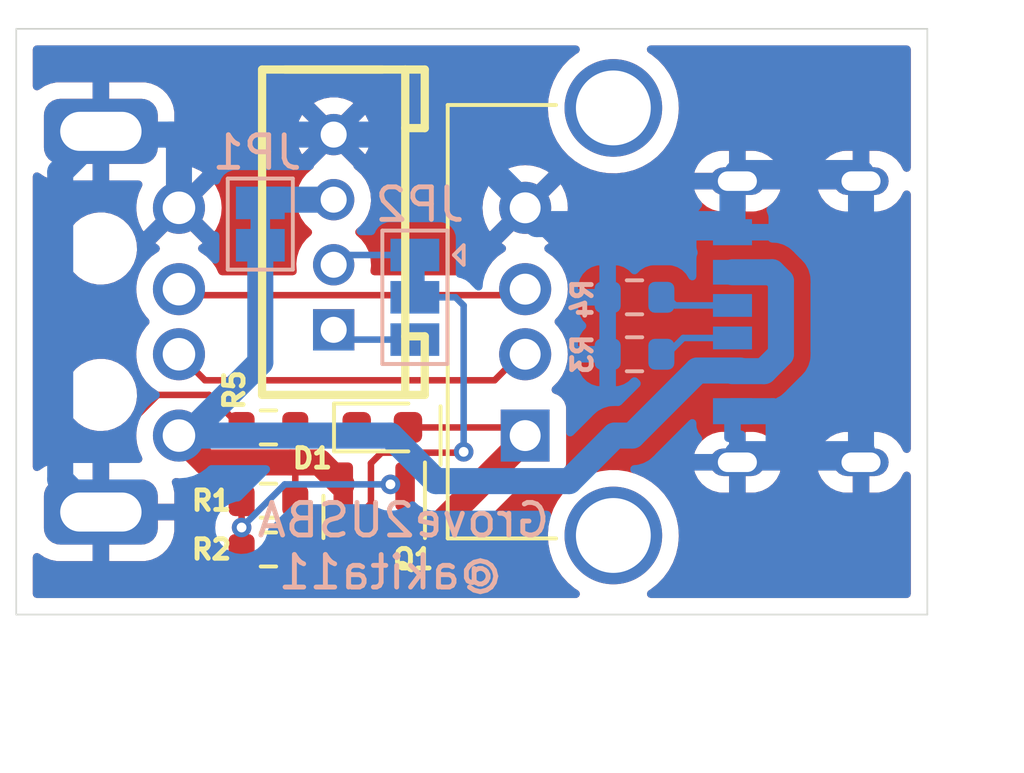
<source format=kicad_pcb>
(kicad_pcb (version 20211014) (generator pcbnew)
  (layers (0 "F.Cu" signal) (31 "B.Cu" signal) (34 "B.Paste" user) (35 "F.Paste" user) (36 "B.SilkS" user "B.Silkscreen") (37 "F.SilkS" user "F.Silkscreen") (38 "B.Mask" user) (39 "F.Mask" user) (44 "Edge.Cuts" user))
  (net 0 "")
  (net 1 "Net-(CN1-Pad1)")
  (net 2 "/DM")
  (net 3 "/DP")
  (net 4 "GND")
  (net 5 "Net-(CN2-Pad1)")
  (net 6 "Net-(CN2-Pad2)")
  (net 7 "Net-(CN2-Pad3)")
  (net 8 "Net-(CN3-PadA5)")
  (net 9 "+5V")
  (net 10 "Net-(CN3-PadB5)")
  (net 11 "/CTRL")
  (net 12 "Net-(Q1-Pad1)")
  (net 13 "Net-(D1-Pad1)")
  (footprint "Resistor_SMD:R_0603_1608Metric" (layer "F.Cu") (at 7.75 16 180)
    (fp_text reference "R2" (at 1.75 0) (layer "F.SilkS") (effects (font (size 0.6 0.6))))
    (fp_text value "1k")
    (fp_line (start -0.237258 -0.5225) (end 0.237258 -0.5225) (layer "F.SilkS") (width 0.12))
    (fp_line (start -0.237258 0.5225) (end 0.237258 0.5225) (layer "F.SilkS") (width 0.12))
    (pad "1" smd roundrect locked (at -0.825 0 180) (size 0.8 0.95) (layers "F.Cu" "F.Paste" "F.Mask") (net 11 "/CTRL"))
    (pad "2" smd roundrect locked (at 0.825 0 180) (size 0.8 0.95) (layers "F.Cu" "F.Paste" "F.Mask") (net 12 "Net-(Q1-Pad1)"))
  )
  (footprint "Resistor_SMD:R_0603_1608Metric" (layer "F.Cu") (at 7.75 12.25)
    (fp_text reference "R5" (at -1.05 -1.15 90) (layer "F.SilkS") (effects (font (size 0.6 0.6))))
    (fp_text value "1k")
    (fp_line (start -0.237258 -0.5225) (end 0.237258 -0.5225) (layer "F.SilkS") (width 0.12))
    (fp_line (start -0.237258 0.5225) (end 0.237258 0.5225) (layer "F.SilkS") (width 0.12))
    (pad "1" smd roundrect locked (at -0.825 0) (size 0.8 0.95) (layers "F.Cu" "F.Paste" "F.Mask") (net 4 "GND"))
    (pad "2" smd roundrect locked (at 0.825 0) (size 0.8 0.95) (layers "F.Cu" "F.Paste" "F.Mask") (net 13 "Net-(D1-Pad1)"))
  )
  (footprint "Package_TO_SOT_SMD:SOT-23" (layer "F.Cu") (at 11 15 -90)
    (fp_text reference "Q1" (at 1.3 -1.2 180) (layer "F.SilkS") (effects (font (size 0.6 0.6))))
    (fp_text value "TR_PMOS_IRLML6402")
    (fp_line (start 0 1.56) (end -0.65 1.56) (layer "F.SilkS") (width 0.12))
    (fp_line (start 0 -1.56) (end 0.65 -1.56) (layer "F.SilkS") (width 0.12))
    (fp_line (start 0 -1.56) (end -1.675 -1.56) (layer "F.SilkS") (width 0.12))
    (fp_line (start 0 1.56) (end 0.65 1.56) (layer "F.SilkS") (width 0.12))
    (pad "1" smd roundrect locked (at -0.9375 -0.95 270) (size 1.475 0.6) (layers "F.Cu" "F.Paste" "F.Mask") (net 12 "Net-(Q1-Pad1)"))
    (pad "2" smd roundrect locked (at -0.9375 0.95 270) (size 1.475 0.6) (layers "F.Cu" "F.Paste" "F.Mask") (net 9 "+5V"))
    (pad "3" smd roundrect locked (at 0.9375 0 270) (size 1.475 0.6) (layers "F.Cu" "F.Paste" "F.Mask") (net 1 "Net-(CN1-Pad1)"))
  )
  (footprint "akita:CON_GROVE_V" (layer "F.Cu") (at 9.7545 6.25 90)
    (fp_text reference "CN2" hide)
    (fp_text value "CON_GROVE")
    (fp_line (start -5 -2.2) (end -5 2.2) (layer "F.SilkS") (width 0.254))
    (fp_line (start -3.2 2.2) (end 3.2 2.2) (layer "F.SilkS") (width 0.254))
    (fp_line (start -3.2 2.8) (end -3.2 2.2) (layer "F.SilkS") (width 0.254))
    (fp_line (start 3.2 2.2) (end 3.2 2.8) (layer "F.SilkS") (width 0.254))
    (fp_line (start -5 2.2) (end -3.2 2.2) (layer "F.SilkS") (width 0.254))
    (fp_line (start 3.2 2.2) (end 5 2.2) (layer "F.SilkS") (width 0.254))
    (fp_line (start 5 -1.5) (end 5 1.5) (layer "F.SilkS") (width 0.254))
    (fp_line (start 5 2.8) (end 5 2.2) (layer "F.SilkS") (width 0.254))
    (fp_line (start -5 2.8) (end -3.2 2.8) (layer "F.SilkS") (width 0.254))
    (fp_line (start -5 -2.2) (end 5 -2.2) (layer "F.SilkS") (width 0.254))
    (fp_line (start -5 -1) (end -5 1) (layer "F.SilkS") (width 0.127))
    (fp_line (start 5 2.2) (end 5 -2.2) (layer "F.SilkS") (width 0.254))
    (fp_line (start -5 2.2) (end -5 2.8) (layer "F.SilkS") (width 0.254))
    (fp_line (start 3.2 2.8) (end 5 2.8) (layer "F.SilkS") (width 0.254))
    (pad "1" thru_hole rect locked (at -3 0 90) (size 1.27 1.27) (drill 0.8) (layers *.Cu *.Mask) (net 5 "Net-(CN2-Pad1)"))
    (pad "2" thru_hole circle locked (at -1 0 90) (size 1.27 1.27) (drill 0.8) (layers *.Cu *.Mask) (net 6 "Net-(CN2-Pad2)"))
    (pad "3" thru_hole circle locked (at 1 0 90) (size 1.27 1.27) (drill 0.8) (layers *.Cu *.Mask) (net 7 "Net-(CN2-Pad3)"))
    (pad "4" thru_hole circle locked (at 3 0 90) (size 1.27 1.27) (drill 0.8) (layers *.Cu *.Mask) (net 4 "GND"))
  )
  (footprint "Resistor_SMD:R_0603_1608Metric" (layer "F.Cu") (at 7.75 14.5 180)
    (fp_text reference "R1" (at 1.75 0) (layer "F.SilkS") (effects (font (size 0.6 0.6))))
    (fp_text value "10k")
    (fp_line (start -0.237258 -0.5225) (end 0.237258 -0.5225) (layer "F.SilkS") (width 0.12))
    (fp_line (start -0.237258 0.5225) (end 0.237258 0.5225) (layer "F.SilkS") (width 0.12))
    (pad "1" smd roundrect locked (at -0.825 0 180) (size 0.8 0.95) (layers "F.Cu" "F.Paste" "F.Mask") (net 9 "+5V"))
    (pad "2" smd roundrect locked (at 0.825 0 180) (size 0.8 0.95) (layers "F.Cu" "F.Paste" "F.Mask") (net 12 "Net-(Q1-Pad1)"))
  )
  (footprint "akita:USB-A_plug" (layer "F.Cu") (at 5 9 90)
    (fp_text reference "J1" hide)
    (fp_text value "USB_A")
    (pad "" np_thru_hole circle (at -2.25 -2.4 90) (size 1.2 1.2) (drill 1.2) (layers *.Cu *.Mask))
    (pad "" np_thru_hole circle (at 2.25 -2.4 90) (size 1.2 1.2) (drill 1.2) (layers *.Cu *.Mask))
    (pad "1" thru_hole circle (at -3.5 0 90) (size 1.6 1.6) (drill 1) (layers *.Cu *.Mask) (net 9 "+5V"))
    (pad "2" thru_hole circle (at -1 0 90) (size 1.6 1.6) (drill 1) (layers *.Cu *.Mask) (net 2 "/DM"))
    (pad "3" thru_hole circle (at 1 0 90) (size 1.6 1.6) (drill 1) (layers *.Cu *.Mask) (net 3 "/DP"))
    (pad "4" thru_hole circle (at 3.5 0 90) (size 1.6 1.6) (drill 1) (layers *.Cu *.Mask) (net 4 "GND"))
    (pad "5" thru_hole roundrect (at -5.85 -2.4 90) (size 2 3.5) (drill oval 1.2 2.5) (layers *.Cu *.Mask) (net 4 "GND"))
    (pad "5" thru_hole roundrect (at 5.85 -2.4 90) (size 2 3.5) (drill oval 1.2 2.5) (layers *.Cu *.Mask) (net 4 "GND"))
  )
  (footprint "Connector_USB:USB_A_Molex_67643_Horizontal" (layer "F.Cu") (at 15.64 12.5 90)
    (fp_text reference "CN1" hide)
    (fp_text value "CON_USB-A")
    (fp_line (start -0.9 -2.6) (end 0.9 -2.6) (layer "F.SilkS") (width 0.12))
    (fp_line (start 10.16 -2.38) (end 10.16 0.95) (layer "F.SilkS") (width 0.12))
    (fp_line (start -3.16 -2.38) (end 10.16 -2.38) (layer "F.SilkS") (width 0.12))
    (fp_line (start -3.16 -2.38) (end -3.16 0.95) (layer "F.SilkS") (width 0.12))
    (pad "1" thru_hole rect (at 0 0 90) (size 1.6 1.5) (drill 0.95) (layers *.Cu *.Mask) (net 1 "Net-(CN1-Pad1)"))
    (pad "2" thru_hole circle (at 2.5 0 90) (size 1.6 1.6) (drill 0.95) (layers *.Cu *.Mask) (net 2 "/DM"))
    (pad "3" thru_hole circle (at 4.5 0 90) (size 1.6 1.6) (drill 0.95) (layers *.Cu *.Mask) (net 3 "/DP"))
    (pad "4" thru_hole circle (at 7 0 90) (size 1.6 1.6) (drill 0.95) (layers *.Cu *.Mask) (net 4 "GND"))
    (pad "5" thru_hole circle (at -3.07 2.71 90) (size 3 3) (drill 2.3) (layers *.Cu *.Mask))
    (pad "5" thru_hole circle (at 10.07 2.71 90) (size 3 3) (drill 2.3) (layers *.Cu *.Mask))
  )
  (footprint "LED_SMD:LED_0603_1608Metric" (layer "F.Cu") (at 11.25 12.25)
    (fp_text reference "D1" (at -2.15 0.95 180) (layer "F.SilkS") (effects (font (size 0.6 0.6))))
    (fp_text value "LED")
    (fp_line (start -1.485 -0.735) (end -1.485 0.735) (layer "F.SilkS") (width 0.12))
    (fp_line (start -1.485 0.735) (end 0.8 0.735) (layer "F.SilkS") (width 0.12))
    (fp_line (start 0.8 -0.735) (end -1.485 -0.735) (layer "F.SilkS") (width 0.12))
    (pad "1" smd roundrect locked (at -0.7875 0) (size 0.875 0.95) (layers "F.Cu" "F.Paste" "F.Mask") (net 13 "Net-(D1-Pad1)"))
    (pad "2" smd roundrect locked (at 0.7875 0) (size 0.875 0.95) (layers "F.Cu" "F.Paste" "F.Mask") (net 1 "Net-(CN1-Pad1)"))
  )
  (footprint "Resistor_SMD:R_0603_1608Metric" (layer "B.Cu") (at 19 8.25 180)
    (fp_text reference "R4" (at 1.6 -0.05 90) (layer "B.SilkS") (effects (font (size 0.6 0.6)) (justify mirror)))
    (fp_text value "5.1k")
    (fp_line (start -0.237258 0.5225) (end 0.237258 0.5225) (layer "B.SilkS") (width 0.12))
    (fp_line (start -0.237258 -0.5225) (end 0.237258 -0.5225) (layer "B.SilkS") (width 0.12))
    (pad "1" smd roundrect locked (at -0.825 0 180) (size 0.8 0.95) (layers "B.Cu" "B.Paste" "B.Mask") (net 8 "Net-(CN3-PadA5)"))
    (pad "2" smd roundrect locked (at 0.825 0 180) (size 0.8 0.95) (layers "B.Cu" "B.Paste" "B.Mask") (net 4 "GND"))
  )
  (footprint "Jumper:SolderJumper-3_P1.3mm_Bridged12_Pad1.0x1.5mm" (layer "B.Cu") (at 12.25 8.25 -90)
    (fp_text reference "JP2" (at -2.85 -0.15 -180) (layer "B.SilkS") (effects (justify mirror)))
    (fp_text value "Jumper_3_Bridged12")
    (fp_poly (pts (xy -0.9 0.3) (xy -0.4 0.3) (xy -0.4 -0.3) (xy -0.9 -0.3)) (layer "B.Cu") (width 0) (fill solid))
    (fp_line (start 2.05 1) (end 2.05 -1) (layer "B.SilkS") (width 0.12))
    (fp_line (start -1.3 -1.2) (end -1 -1.5) (layer "B.SilkS") (width 0.12))
    (fp_line (start -1.6 -1.5) (end -1 -1.5) (layer "B.SilkS") (width 0.12))
    (fp_line (start -1.3 -1.2) (end -1.6 -1.5) (layer "B.SilkS") (width 0.12))
    (fp_line (start -2.05 1) (end 2.05 1) (layer "B.SilkS") (width 0.12))
    (fp_line (start -2.05 -1) (end -2.05 1) (layer "B.SilkS") (width 0.12))
    (fp_line (start 2.05 -1) (end -2.05 -1) (layer "B.SilkS") (width 0.12))
    (pad "1" smd rect locked (at -1.3 0 270) (size 1 1.5) (layers "B.Cu" "B.Mask") (net 6 "Net-(CN2-Pad2)"))
    (pad "2" smd rect locked (at 0 0 270) (size 1 1.5) (layers "B.Cu" "B.Mask") (net 11 "/CTRL"))
    (pad "3" smd rect locked (at 1.3 0 270) (size 1 1.5) (layers "B.Cu" "B.Mask") (net 5 "Net-(CN2-Pad1)"))
  )
  (footprint "Resistor_SMD:R_0603_1608Metric" (layer "B.Cu") (at 19 10 180)
    (fp_text reference "R3" (at 1.6 0 90) (layer "B.SilkS") (effects (font (size 0.6 0.6)) (justify mirror)))
    (fp_text value "5.1k")
    (fp_line (start -0.237258 0.5225) (end 0.237258 0.5225) (layer "B.SilkS") (width 0.12))
    (fp_line (start -0.237258 -0.5225) (end 0.237258 -0.5225) (layer "B.SilkS") (width 0.12))
    (pad "1" smd roundrect locked (at -0.825 0 180) (size 0.8 0.95) (layers "B.Cu" "B.Paste" "B.Mask") (net 10 "Net-(CN3-PadB5)"))
    (pad "2" smd roundrect locked (at 0.825 0 180) (size 0.8 0.95) (layers "B.Cu" "B.Paste" "B.Mask") (net 4 "GND"))
  )
  (footprint "akita:USB-C_6P" (layer "B.Cu") (at 24.0615 9 -90)
    (fp_text reference "CN3" hide)
    (fp_text value "CON_USB-C-6" hide)
    (pad "A5" smd rect (at -0.5 2.05 270) (size 0.7 1.2) (layers "B.Cu" "B.Paste" "B.Mask") (net 8 "Net-(CN3-PadA5)"))
    (pad "A9" smd rect (at 1.52 2.05 270) (size 0.76 1.2) (layers "B.Cu" "B.Paste" "B.Mask") (net 9 "+5V"))
    (pad "A12" smd rect (at 2.75 2.05 270) (size 0.8 1.2) (layers "B.Cu" "B.Paste" "B.Mask") (net 4 "GND"))
    (pad "B5" smd rect (at 0.5 2.05 270) (size 0.7 1.2) (layers "B.Cu" "B.Paste" "B.Mask") (net 10 "Net-(CN3-PadB5)"))
    (pad "B9" smd rect (at -1.52 2.05 270) (size 0.76 1.2) (layers "B.Cu" "B.Paste" "B.Mask") (net 9 "+5V"))
    (pad "B12" smd rect (at -2.75 2.05 270) (size 0.8 1.2) (layers "B.Cu" "B.Paste" "B.Mask") (net 4 "GND"))
    (pad "FG" thru_hole roundrect (at 4.32 1.9 270) (size 0.85 1.7) (drill oval 0.6 1.2) (layers *.Cu *.Mask "B.Paste") (roundrect_rratio 0.5) (net 4 "GND"))
    (pad "FG" thru_hole roundrect (at -4.32 -1.9 270) (size 0.85 1.7) (drill oval 0.6 1.2) (layers *.Cu *.Mask "B.Paste") (roundrect_rratio 0.5) (net 4 "GND"))
    (pad "FG" thru_hole roundrect (at -4.32 1.9 270) (size 0.85 1.7) (drill oval 0.6 1.2) (layers *.Cu *.Mask "B.Paste") (roundrect_rratio 0.5) (net 4 "GND"))
    (pad "FG" thru_hole roundrect (at 4.32 -1.9 270) (size 0.85 1.7) (drill oval 0.6 1.2) (layers *.Cu *.Mask "B.Paste") (roundrect_rratio 0.5) (net 4 "GND"))
  )
  (footprint "Jumper:SolderJumper-2_P1.3mm_Bridged_Pad1.0x1.5mm" (layer "B.Cu") (at 7.5 6 -90)
    (fp_text reference "JP1" (at -2.2 0.1 180) (layer "B.SilkS") (effects (justify mirror)))
    (fp_text value "Jumper_2_Bridged")
    (fp_poly (pts (xy -0.25 0.3) (xy 0.25 0.3) (xy 0.25 -0.3) (xy -0.25 -0.3)) (layer "B.Cu") (width 0) (fill solid))
    (fp_line (start 1.4 1) (end 1.4 -1) (layer "B.SilkS") (width 0.12))
    (fp_line (start -1.4 -1) (end -1.4 1) (layer "B.SilkS") (width 0.12))
    (fp_line (start 1.4 -1) (end -1.4 -1) (layer "B.SilkS") (width 0.12))
    (fp_line (start -1.4 1) (end 1.4 1) (layer "B.SilkS") (width 0.12))
    (pad "1" smd rect locked (at -0.65 0 270) (size 1 1.5) (layers "B.Cu" "B.Mask") (net 7 "Net-(CN2-Pad3)"))
    (pad "2" smd rect locked (at 0.65 0 270) (size 1 1.5) (layers "B.Cu" "B.Mask") (net 9 "+5V"))
  )
  (gr_line (start 28 0) (end 0 0) (layer "Edge.Cuts") (width 0.05))
  (gr_line (start 28 18) (end 28 0) (layer "Edge.Cuts") (width 0.05))
  (gr_line (start 0 0) (end 0 18) (layer "Edge.Cuts") (width 0.05))
  (gr_line (start 0 18) (end 28 18) (layer "Edge.Cuts") (width 0.05))
  (gr_text "@akita11" (at 11.5 16.7) (layer "B.SilkS") (effects (font (size 1 1)) (justify mirror)))
  (gr_text "Grove2USBA\n" (at 11.9 15.1) (layer "B.SilkS") (effects (font (size 1 1)) (justify mirror)))
  (segment (start 15.5 12.25) (end 15.75 12.5) (width 0.2) (layer "F.Cu") (net 1))
  (segment (start 12.0375 12.25) (end 15.5 12.25) (width 0.2) (layer "F.Cu") (net 1))
  (segment (start 12.3125 15.9375) (end 15.75 12.5) (width 0.8) (layer "F.Cu") (net 1))
  (segment (start 11 15.9375) (end 12.3125 15.9375) (width 0.8) (layer "F.Cu") (net 1))
  (segment (start 5.799999 10.799999) (end 14.700001 10.799999) (width 0.2) (layer "F.Cu") (net 2))
  (segment (start 14.700001 10.799999) (end 15.5 10) (width 0.2) (layer "F.Cu") (net 2))
  (segment (start 5 10) (end 5.799999 10.799999) (width 0.2) (layer "F.Cu") (net 2))
  (segment (start 5.184511 8.184511) (end 15.565489 8.184511) (width 0.2) (layer "F.Cu") (net 3))
  (segment (start 15.565489 8.184511) (end 15.75 8) (width 0.2) (layer "F.Cu") (net 3))
  (segment (start 5 8) (end 5.184511 8.184511) (width 0.2) (layer "F.Cu") (net 3))
  (segment (start 2.75 12.847528) (end 2.75 15) (width 0.2) (layer "F.Cu") (net 4))
  (segment (start 5.925 11.25) (end 4.347528 11.25) (width 0.2) (layer "F.Cu") (net 4))
  (segment (start 6.925 12.25) (end 5.925 11.25) (width 0.2) (layer "F.Cu") (net 4))
  (segment (start 4.347528 11.25) (end 2.75 12.847528) (width 0.2) (layer "F.Cu") (net 4))
  (segment (start 2.6 3.15) (end 2.7 3.25) (width 0.8) (layer "B.Cu") (net 4))
  (segment (start 9.7545 3.25) (end 13.5 3.25) (width 0.8) (layer "B.Cu") (net 4))
  (segment (start 23.25 11.75) (end 23.43 11.93) (width 0.8) (layer "B.Cu") (net 4))
  (segment (start 4.75 3.25) (end 9.75 3.25) (width 0.8) (layer "B.Cu") (net 4))
  (segment (start 22.0115 4.7385) (end 22.25 4.5) (width 0.8) (layer "B.Cu") (net 4))
  (segment (start 25.93 4.43) (end 26 4.5) (width 0.8) (layer "B.Cu") (net 4))
  (segment (start 18.25 8.25) (end 18.25 6.25) (width 0.2) (layer "B.Cu") (net 4))
  (segment (start 5 5.5) (end 5 3.5) (width 0.8) (layer "B.Cu") (net 4))
  (segment (start 13.5 3.25) (end 15.75 5.5) (width 0.8) (layer "B.Cu") (net 4))
  (segment (start 25.9615 12.9615) (end 26 13) (width 0.8) (layer "B.Cu") (net 4))
  (segment (start 25.9615 4.43) (end 25.9615 12.9615) (width 0.8) (layer "B.Cu") (net 4))
  (segment (start 1.350479 4.399521) (end 1.350479 13.850479) (width 0.8) (layer "B.Cu") (net 4))
  (segment (start 22.1615 4.43) (end 25.93 4.43) (width 0.8) (layer "B.Cu") (net 4))
  (segment (start 22.0115 11.75) (end 23.25 11.75) (width 0.8) (layer "B.Cu") (net 4))
  (segment (start 16 6) (end 15.5 5.5) (width 0.8) (layer "B.Cu") (net 4))
  (segment (start 5 3.5) (end 4.75 3.25) (width 0.8) (layer "B.Cu") (net 4))
  (segment (start 23.43 13.07) (end 25.93 13.07) (width 0.8) (layer "B.Cu") (net 4))
  (segment (start 18.25 6.25) (end 18 6) (width 0.2) (layer "B.Cu") (net 4))
  (segment (start 22.1615 13.07) (end 23.43 13.07) (width 0.8) (layer "B.Cu") (net 4))
  (segment (start 22.0115 6) (end 18 6) (width 0.8) (layer "B.Cu") (net 4))
  (segment (start 25.93 13.07) (end 26 13) (width 0.8) (layer "B.Cu") (net 4))
  (segment (start 22.0115 6) (end 22.0115 4.7385) (width 0.8) (layer "B.Cu") (net 4))
  (segment (start 2.7 3.25) (end 4.75 3.25) (width 0.8) (layer "B.Cu") (net 4))
  (segment (start 23.43 11.93) (end 23.43 13.07) (width 0.8) (layer "B.Cu") (net 4))
  (segment (start 18.175 8.325) (end 18.25 8.25) (width 0.2) (layer "B.Cu") (net 4))
  (segment (start 18.175 10) (end 18.175 8.325) (width 0.2) (layer "B.Cu") (net 4))
  (segment (start 18 6) (end 16 6) (width 0.8) (layer "B.Cu") (net 4))
  (segment (start 2.6 3.15) (end 1.350479 4.399521) (width 0.8) (layer "B.Cu") (net 4))
  (segment (start 1.350479 13.850479) (end 2.5 15) (width 0.8) (layer "B.Cu") (net 4))
  (segment (start 10.05 9.55) (end 9.75 9.25) (width 0.2) (layer "B.Cu") (net 5))
  (segment (start 12.25 9.55) (end 10.05 9.55) (width 0.2) (layer "B.Cu") (net 5))
  (segment (start 10.05 6.95) (end 9.75 7.25) (width 0.2) (layer "B.Cu") (net 6))
  (segment (start 12.25 6.95) (end 10.05 6.95) (width 0.2) (layer "B.Cu") (net 6))
  (segment (start 9.7545 5.25) (end 7.5 5.25) (width 0.8) (layer "B.Cu") (net 7))
  (segment (start 22.0115 8.5) (end 20.25 8.5) (width 0.2) (layer "B.Cu") (net 8))
  (segment (start 20.25 8.5) (end 20 8.25) (width 0.2) (layer "B.Cu") (net 8))
  (segment (start 5 12.5) (end 5.82452 13.32452) (width 0.8) (layer "F.Cu") (net 9))
  (segment (start 5.82452 13.32452) (end 8.42548 13.32452) (width 0.8) (layer "F.Cu") (net 9))
  (segment (start 8.575 13.47404) (end 8.42548 13.32452) (width 0.2) (layer "F.Cu") (net 9))
  (segment (start 8.42548 13.32452) (end 9.32452 13.32452) (width 0.8) (layer "F.Cu") (net 9))
  (segment (start 8.575 14.5) (end 8.575 13.47404) (width 0.2) (layer "F.Cu") (net 9))
  (segment (start 9.32452 13.32452) (end 10 14) (width 0.8) (layer "F.Cu") (net 9))
  (segment (start 16.989511 13.899511) (end 12.899511 13.899511) (width 0.8) (layer "B.Cu") (net 9))
  (segment (start 7.5 6.65) (end 7.5 10.25) (width 0.8) (layer "B.Cu") (net 9))
  (segment (start 23.23 7.48) (end 22.0115 7.48) (width 0.8) (layer "B.Cu") (net 9))
  (segment (start 23.5 10) (end 23.5 7.75) (width 0.8) (layer "B.Cu") (net 9))
  (segment (start 12.899511 13.899511) (end 11.5 12.5) (width 0.8) (layer "B.Cu") (net 9))
  (segment (start 22.25 10.5) (end 20.930692 10.5) (width 0.8) (layer "B.Cu") (net 9))
  (segment (start 18.389022 12.5) (end 16.989511 13.899511) (width 0.8) (layer "B.Cu") (net 9))
  (segment (start 20.930692 10.5) (end 18.930692 12.5) (width 0.8) (layer "B.Cu") (net 9))
  (segment (start 7.5 10.25) (end 5.25 12.5) (width 0.8) (layer "B.Cu") (net 9))
  (segment (start 22.0115 10.52) (end 22.98 10.52) (width 0.8) (layer "B.Cu") (net 9))
  (segment (start 18.930692 12.5) (end 18.389022 12.5) (width 0.8) (layer "B.Cu") (net 9))
  (segment (start 23.5 7.75) (end 23.23 7.48) (width 0.8) (layer "B.Cu") (net 9))
  (segment (start 11.5 12.5) (end 5 12.5) (width 0.8) (layer "B.Cu") (net 9))
  (segment (start 22.98 10.52) (end 23.5 10) (width 0.8) (layer "B.Cu") (net 9))
  (segment (start 20.5 9.5) (end 20 10) (width 0.2) (layer "B.Cu") (net 10))
  (segment (start 22.0115 9.5) (end 20.5 9.5) (width 0.2) (layer "B.Cu") (net 10))
  (segment (start 11.22452 13.02548) (end 13.72452 13.02548) (width 0.2) (layer "F.Cu") (net 11))
  (segment (start 10.900489 13.349511) (end 11.22452 13.02548) (width 0.2) (layer "F.Cu") (net 11))
  (segment (start 13.72452 13.02548) (end 13.75 13) (width 0.2) (layer "F.Cu") (net 11))
  (segment (start 10.900489 14.585228) (end 10.900489 13.349511) (width 0.2) (layer "F.Cu") (net 11))
  (segment (start 9.485717 16) (end 10.900489 14.585228) (width 0.2) (layer "F.Cu") (net 11))
  (segment (start 8.575 16) (end 9.485717 16) (width 0.2) (layer "F.Cu") (net 11))
  (via (at 13.75 13) (size 0.6) (drill 0.3) (layers "F.Cu" "B.Cu") (net 11))
  (segment (start 13.75 13) (end 13.75 8.5) (width 0.2) (layer "B.Cu") (net 11))
  (segment (start 12.25 8.25) (end 13.5 8.25) (width 0.2) (layer "B.Cu") (net 11))
  (segment (start 13.5 8.25) (end 13.75 8.5) (width 0.2) (layer "B.Cu") (net 11))
  (segment (start 6.925 15.925) (end 7 16) (width 0.2) (layer "F.Cu") (net 12))
  (segment (start 6.925 15.325) (end 6.925 15.925) (width 0.2) (layer "F.Cu") (net 12))
  (segment (start 6.925 14.5) (end 6.925 15.325) (width 0.2) (layer "F.Cu") (net 12))
  (segment (start 11.5 14) (end 12 14) (width 0.2) (layer "F.Cu") (net 12))
  (via (at 6.925 15.325) (size 0.6) (drill 0.3) (layers "F.Cu" "B.Cu") (net 12))
  (via (at 11.5 14) (size 0.6) (drill 0.3) (layers "F.Cu" "B.Cu") (net 12))
  (segment (start 6.925 15.325) (end 8.25 14) (width 0.2) (layer "B.Cu") (net 12))
  (segment (start 8.25 14) (end 11.5 14) (width 0.2) (layer "B.Cu") (net 12))
  (segment (start 8.575 12.25) (end 10.25 12.25) (width 0.2) (layer "F.Cu") (net 13))
  (zone (net 4) (net_name "GND") (layers F&B.Cu) (connect_pads (clearance 0.508)) (min_thickness 0.254) (fill yes (thermal_gap 0.508) (thermal_bridge_width 0.508))
    (polygon (pts (xy 28 18) (xy 0 18) (xy 0 0) (xy 28 0)))
  )
)
</source>
